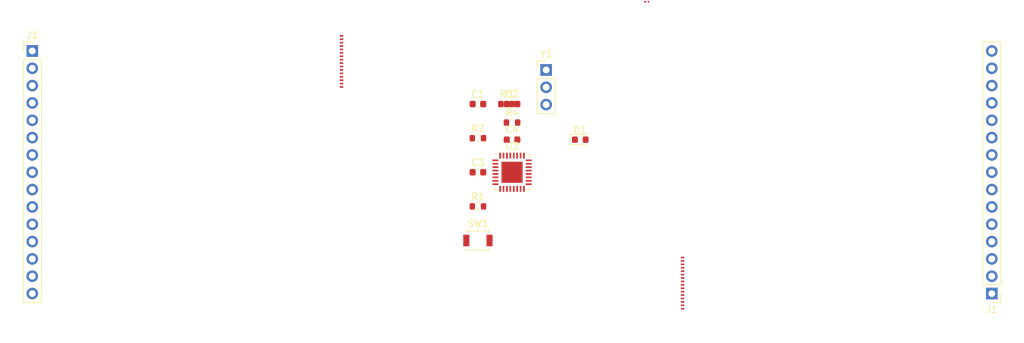
<source format=kicad_pcb>
(kicad_pcb (version 20221018) (generator pcbnew)
  (layers (0 "F.Cu" signal) (31 "B.Cu" signal) (34 "B.Paste" user) (35 "F.Paste" user) (36 "B.SilkS" user "B.Silkscreen") (37 "F.SilkS" user "F.Silkscreen") (38 "B.Mask" user) (39 "F.Mask" user) (44 "Edge.Cuts" user))
  (net 0 "")
  (footprint "Capacitor_SMD:C_0603_1608Metric" (layer "F.Cu") (at 70 15)
    (fp_text reference "C1" (at 0 -1.43) (layer "F.SilkS"))
    (fp_text value "100nF")
    (fp_line (start -0.14058 -0.51) (end 0.14058 -0.51) (stroke (width 0.12)) (layer "F.SilkS"))
    (fp_line (start -0.14058 0.51) (end 0.14058 0.51) (stroke (width 0.12)) (layer "F.SilkS"))
    (pad "1" smd roundrect (at -0.775 0) (size 0.9 0.95) (layers "F.Cu" "F.Paste" "F.Mask"))
    (pad "2" smd roundrect (at 0.775 0) (size 0.9 0.95) (layers "F.Cu" "F.Paste" "F.Mask"))
  )
  (footprint "oomlout_OOMP_modules:MODULE-CONN-DADB-PI16-01" (layer "F.Cu") (at 50 5)
    (fp_text reference "U1" hide)
    (fp_text value "MODULE-CONN-DADB-PI16-01" hide)
    (pad "1" smd roundrect (at 0.125 0) (size 0.25 0.25) (layers "F.Cu" "F.Paste" "F.Mask"))
    (pad "2" smd roundrect (at 0.125 0.5) (size 0.25 0.25) (layers "F.Cu" "F.Paste" "F.Mask"))
    (pad "3" smd roundrect (at 0.125 1) (size 0.25 0.25) (layers "F.Cu" "F.Paste" "F.Mask"))
    (pad "4" smd roundrect (at 0.125 1.5) (size 0.25 0.25) (layers "F.Cu" "F.Paste" "F.Mask"))
    (pad "5" smd roundrect (at 0.125 2) (size 0.25 0.25) (layers "F.Cu" "F.Paste" "F.Mask"))
    (pad "6" smd roundrect (at 0.125 2.5) (size 0.25 0.25) (layers "F.Cu" "F.Paste" "F.Mask"))
    (pad "7" smd roundrect (at 0.125 3) (size 0.25 0.25) (layers "F.Cu" "F.Paste" "F.Mask"))
    (pad "8" smd roundrect (at 0.125 3.5) (size 0.25 0.25) (layers "F.Cu" "F.Paste" "F.Mask"))
    (pad "9" smd roundrect (at 0.125 4) (size 0.25 0.25) (layers "F.Cu" "F.Paste" "F.Mask"))
    (pad "10" smd roundrect (at 0.125 4.5) (size 0.25 0.25) (layers "F.Cu" "F.Paste" "F.Mask"))
    (pad "11" smd roundrect (at 0.125 5) (size 0.25 0.25) (layers "F.Cu" "F.Paste" "F.Mask"))
    (pad "12" smd roundrect (at 0.125 5.5) (size 0.25 0.25) (layers "F.Cu" "F.Paste" "F.Mask"))
    (pad "13" smd roundrect (at 0.125 6) (size 0.25 0.25) (layers "F.Cu" "F.Paste" "F.Mask"))
    (pad "14" smd roundrect (at 0.125 6.5) (size 0.25 0.25) (layers "F.Cu" "F.Paste" "F.Mask"))
    (pad "15" smd roundrect (at 0.125 7) (size 0.25 0.25) (layers "F.Cu" "F.Paste" "F.Mask"))
    (pad "16" smd roundrect (at 0.125 7.5) (size 0.25 0.25) (layers "F.Cu" "F.Paste" "F.Mask"))
  )
  (footprint "Capacitor_SMD:C_0603_1608Metric" (layer "F.Cu") (at 75 20.22)
    (fp_text reference "C4" (at 0 -1.43) (layer "F.SilkS"))
    (fp_text value "1uF")
    (fp_line (start -0.14058 -0.51) (end 0.14058 -0.51) (stroke (width 0.12)) (layer "F.SilkS"))
    (fp_line (start -0.14058 0.51) (end 0.14058 0.51) (stroke (width 0.12)) (layer "F.SilkS"))
    (pad "1" smd roundrect (at -0.775 0) (size 0.9 0.95) (layers "F.Cu" "F.Paste" "F.Mask"))
    (pad "2" smd roundrect (at 0.775 0) (size 0.9 0.95) (layers "F.Cu" "F.Paste" "F.Mask"))
  )
  (footprint "Resistor_SMD:R_0603_1608Metric" (layer "F.Cu") (at 70 20)
    (fp_text reference "R2" (at 0 -1.43) (layer "F.SilkS"))
    (fp_text value "1k")
    (fp_line (start -0.237258 -0.5225) (end 0.237258 -0.5225) (stroke (width 0.12)) (layer "F.SilkS"))
    (fp_line (start -0.237258 0.5225) (end 0.237258 0.5225) (stroke (width 0.12)) (layer "F.SilkS"))
    (pad "1" smd roundrect (at -0.825 0) (size 0.8 0.95) (layers "F.Cu" "F.Paste" "F.Mask"))
    (pad "2" smd roundrect (at 0.825 0) (size 0.8 0.95) (layers "F.Cu" "F.Paste" "F.Mask"))
  )
  (footprint "LED_SMD:LED_0603_1608Metric" (layer "F.Cu") (at 85 20.22)
    (fp_text reference "D1" (at 0 -1.43) (layer "F.SilkS"))
    (fp_text value "GREEN")
    (fp_line (start -1.485 -0.735) (end -1.485 0.735) (stroke (width 0.12)) (layer "F.SilkS"))
    (fp_line (start -1.485 0.735) (end 0.8 0.735) (stroke (width 0.12)) (layer "F.SilkS"))
    (fp_line (start 0.8 -0.735) (end -1.485 -0.735) (stroke (width 0.12)) (layer "F.SilkS"))
    (pad "1" smd roundrect (at -0.7875 0) (size 0.875 0.95) (layers "F.Cu" "F.Paste" "F.Mask"))
    (pad "2" smd roundrect (at 0.7875 0) (size 0.875 0.95) (layers "F.Cu" "F.Paste" "F.Mask"))
  )
  (footprint "oomlout_OOMP_modules:MODULE-CONN-DADB-PI02-01" (layer "F.Cu") (at 95 0 -90)
    (fp_text reference "U2" hide)
    (fp_text value "MODULE-CONN-DADB-PI02-01" hide)
    (pad "1" smd roundrect (at 0 0 270) (size 0.25 0.25) (layers "F.Cu" "F.Paste" "F.Mask"))
    (pad "2" smd roundrect (at 0 0.5 270) (size 0.25 0.25) (layers "F.Cu" "F.Paste" "F.Mask"))
  )
  (footprint "Button_Switch_SMD:SW_SPST_B3U-1000P" (layer "F.Cu") (at 70 35)
    (fp_text reference "SW1" (at 0 -2.5) (layer "F.SilkS"))
    (fp_text value "SW_Push")
    (fp_line (start -1.65 -1.4) (end 1.65 -1.4) (stroke (width 0.12)) (layer "F.SilkS"))
    (fp_line (start -1.65 -1.1) (end -1.65 -1.4) (stroke (width 0.12)) (layer "F.SilkS"))
    (fp_line (start -1.65 1.1) (end -1.65 1.4) (stroke (width 0.12)) (layer "F.SilkS"))
    (fp_line (start -1.65 1.4) (end 1.65 1.4) (stroke (width 0.12)) (layer "F.SilkS"))
    (fp_line (start 1.65 -1.4) (end 1.65 -1.1) (stroke (width 0.12)) (layer "F.SilkS"))
    (fp_line (start 1.65 1.4) (end 1.65 1.1) (stroke (width 0.12)) (layer "F.SilkS"))
    (pad "1" smd rect (at -1.7 0) (size 0.9 1.7) (layers "F.Cu" "F.Paste" "F.Mask"))
    (pad "2" smd rect (at 1.7 0) (size 0.9 1.7) (layers "F.Cu" "F.Paste" "F.Mask"))
  )
  (footprint "Capacitor_SMD:C_0603_1608Metric" (layer "F.Cu") (at 75 15)
    (fp_text reference "C2" (at 0 -1.43) (layer "F.SilkS"))
    (fp_text value "4.7uF")
    (fp_line (start -0.14058 -0.51) (end 0.14058 -0.51) (stroke (width 0.12)) (layer "F.SilkS"))
    (fp_line (start -0.14058 0.51) (end 0.14058 0.51) (stroke (width 0.12)) (layer "F.SilkS"))
    (pad "1" smd roundrect (at -0.775 0) (size 0.9 0.95) (layers "F.Cu" "F.Paste" "F.Mask"))
    (pad "2" smd roundrect (at 0.775 0) (size 0.9 0.95) (layers "F.Cu" "F.Paste" "F.Mask"))
  )
  (footprint "oomlout_OOMP_modules:MODULE-CONN-DADB-PI16-01" (layer "F.Cu") (at 100.25 45 180)
    (fp_text reference "U1" hide)
    (fp_text value "MODULE-CONN-DADB-PI16-01" hide)
    (pad "1" smd roundrect (at 0.125 0 180) (size 0.25 0.25) (layers "F.Cu" "F.Paste" "F.Mask"))
    (pad "2" smd roundrect (at 0.125 0.5 180) (size 0.25 0.25) (layers "F.Cu" "F.Paste" "F.Mask"))
    (pad "3" smd roundrect (at 0.125 1 180) (size 0.25 0.25) (layers "F.Cu" "F.Paste" "F.Mask"))
    (pad "4" smd roundrect (at 0.125 1.5 180) (size 0.25 0.25) (layers "F.Cu" "F.Paste" "F.Mask"))
    (pad "5" smd roundrect (at 0.125 2 180) (size 0.25 0.25) (layers "F.Cu" "F.Paste" "F.Mask"))
    (pad "6" smd roundrect (at 0.125 2.5 180) (size 0.25 0.25) (layers "F.Cu" "F.Paste" "F.Mask"))
    (pad "7" smd roundrect (at 0.125 3 180) (size 0.25 0.25) (layers "F.Cu" "F.Paste" "F.Mask"))
    (pad "8" smd roundrect (at 0.125 3.5 180) (size 0.25 0.25) (layers "F.Cu" "F.Paste" "F.Mask"))
    (pad "9" smd roundrect (at 0.125 4 180) (size 0.25 0.25) (layers "F.Cu" "F.Paste" "F.Mask"))
    (pad "10" smd roundrect (at 0.125 4.5 180) (size 0.25 0.25) (layers "F.Cu" "F.Paste" "F.Mask"))
    (pad "11" smd roundrect (at 0.125 5 180) (size 0.25 0.25) (layers "F.Cu" "F.Paste" "F.Mask"))
    (pad "12" smd roundrect (at 0.125 5.5 180) (size 0.25 0.25) (layers "F.Cu" "F.Paste" "F.Mask"))
    (pad "13" smd roundrect (at 0.125 6 180) (size 0.25 0.25) (layers "F.Cu" "F.Paste" "F.Mask"))
    (pad "14" smd roundrect (at 0.125 6.5 180) (size 0.25 0.25) (layers "F.Cu" "F.Paste" "F.Mask"))
    (pad "15" smd roundrect (at 0.125 7 180) (size 0.25 0.25) (layers "F.Cu" "F.Paste" "F.Mask"))
    (pad "16" smd roundrect (at 0.125 7.5 180) (size 0.25 0.25) (layers "F.Cu" "F.Paste" "F.Mask"))
  )
  (footprint "Connector_PinHeader_2.54mm:PinHeader_1x15_P2.54mm_Vertical" (layer "F.Cu") (at 145.32 42.78 180)
    (fp_text reference "J1" (at 0 -2.33) (layer "F.SilkS"))
    (fp_text value "Conn_01x15")
    (fp_line (start -1.33 -1.33) (end 0 -1.33) (stroke (width 0.12)) (layer "F.SilkS"))
    (fp_line (start -1.33 0) (end -1.33 -1.33) (stroke (width 0.12)) (layer "F.SilkS"))
    (fp_line (start -1.33 1.27) (end -1.33 36.89) (stroke (width 0.12)) (layer "F.SilkS"))
    (fp_line (start -1.33 1.27) (end 1.33 1.27) (stroke (width 0.12)) (layer "F.SilkS"))
    (fp_line (start -1.33 36.89) (end 1.33 36.89) (stroke (width 0.12)) (layer "F.SilkS"))
    (fp_line (start 1.33 1.27) (end 1.33 36.89) (stroke (width 0.12)) (layer "F.SilkS"))
    (pad "1" thru_hole rect (at 0 0 180) (size 1.7 1.7) (drill 1) (layers "*.Cu" "*.Mask"))
    (pad "2" thru_hole oval (at 0 2.54 180) (size 1.7 1.7) (drill 1) (layers "*.Cu" "*.Mask"))
    (pad "3" thru_hole oval (at 0 5.08 180) (size 1.7 1.7) (drill 1) (layers "*.Cu" "*.Mask"))
    (pad "4" thru_hole oval (at 0 7.62 180) (size 1.7 1.7) (drill 1) (layers "*.Cu" "*.Mask"))
    (pad "5" thru_hole oval (at 0 10.16 180) (size 1.7 1.7) (drill 1) (layers "*.Cu" "*.Mask"))
    (pad "6" thru_hole oval (at 0 12.7 180) (size 1.7 1.7) (drill 1) (layers "*.Cu" "*.Mask"))
    (pad "7" thru_hole oval (at 0 15.24 180) (size 1.7 1.7) (drill 1) (layers "*.Cu" "*.Mask"))
    (pad "8" thru_hole oval (at 0 17.78 180) (size 1.7 1.7) (drill 1) (layers "*.Cu" "*.Mask"))
    (pad "9" thru_hole oval (at 0 20.32 180) (size 1.7 1.7) (drill 1) (layers "*.Cu" "*.Mask"))
    (pad "10" thru_hole oval (at 0 22.86 180) (size 1.7 1.7) (drill 1) (layers "*.Cu" "*.Mask"))
    (pad "11" thru_hole oval (at 0 25.4 180) (size 1.7 1.7) (drill 1) (layers "*.Cu" "*.Mask"))
    (pad "12" thru_hole oval (at 0 27.94 180) (size 1.7 1.7) (drill 1) (layers "*.Cu" "*.Mask"))
    (pad "13" thru_hole oval (at 0 30.48 180) (size 1.7 1.7) (drill 1) (layers "*.Cu" "*.Mask"))
    (pad "14" thru_hole oval (at 0 33.02 180) (size 1.7 1.7) (drill 1) (layers "*.Cu" "*.Mask"))
    (pad "15" thru_hole oval (at 0 35.56 180) (size 1.7 1.7) (drill 1) (layers "*.Cu" "*.Mask"))
  )
  (footprint "oomlout_OOMP_modules:MODULE-CONN-DADB-PI16-01" (layer "F.Cu") (at 100 45 180)
    (fp_text reference "U4" hide)
    (fp_text value "MODULE-CONN-DADB-PI16-01" hide)
    (pad "1" smd roundrect (at 0.125 0 180) (size 0.25 0.25) (layers "F.Cu" "F.Paste" "F.Mask"))
    (pad "2" smd roundrect (at 0.125 0.5 180) (size 0.25 0.25) (layers "F.Cu" "F.Paste" "F.Mask"))
    (pad "3" smd roundrect (at 0.125 1 180) (size 0.25 0.25) (layers "F.Cu" "F.Paste" "F.Mask"))
    (pad "4" smd roundrect (at 0.125 1.5 180) (size 0.25 0.25) (layers "F.Cu" "F.Paste" "F.Mask"))
    (pad "5" smd roundrect (at 0.125 2 180) (size 0.25 0.25) (layers "F.Cu" "F.Paste" "F.Mask"))
    (pad "6" smd roundrect (at 0.125 2.5 180) (size 0.25 0.25) (layers "F.Cu" "F.Paste" "F.Mask"))
    (pad "7" smd roundrect (at 0.125 3 180) (size 0.25 0.25) (layers "F.Cu" "F.Paste" "F.Mask"))
    (pad "8" smd roundrect (at 0.125 3.5 180) (size 0.25 0.25) (layers "F.Cu" "F.Paste" "F.Mask"))
    (pad "9" smd roundrect (at 0.125 4 180) (size 0.25 0.25) (layers "F.Cu" "F.Paste" "F.Mask"))
    (pad "10" smd roundrect (at 0.125 4.5 180) (size 0.25 0.25) (layers "F.Cu" "F.Paste" "F.Mask"))
    (pad "11" smd roundrect (at 0.125 5 180) (size 0.25 0.25) (layers "F.Cu" "F.Paste" "F.Mask"))
    (pad "12" smd roundrect (at 0.125 5.5 180) (size 0.25 0.25) (layers "F.Cu" "F.Paste" "F.Mask"))
    (pad "13" smd roundrect (at 0.125 6 180) (size 0.25 0.25) (layers "F.Cu" "F.Paste" "F.Mask"))
    (pad "14" smd roundrect (at 0.125 6.5 180) (size 0.25 0.25) (layers "F.Cu" "F.Paste" "F.Mask"))
    (pad "15" smd roundrect (at 0.125 7 180) (size 0.25 0.25) (layers "F.Cu" "F.Paste" "F.Mask"))
    (pad "16" smd roundrect (at 0.125 7.5 180) (size 0.25 0.25) (layers "F.Cu" "F.Paste" "F.Mask"))
  )
  (footprint "Resistor_SMD:R_0603_1608Metric" (layer "F.Cu") (at 74.175 15)
    (fp_text reference "R3" (at 0 -1.43) (layer "F.SilkS"))
    (fp_text value "1k")
    (fp_line (start -0.237258 -0.5225) (end 0.237258 -0.5225) (stroke (width 0.12)) (layer "F.SilkS"))
    (fp_line (start -0.237258 0.5225) (end 0.237258 0.5225) (stroke (width 0.12)) (layer "F.SilkS"))
    (pad "1" smd roundrect (at -0.825 0) (size 0.8 0.95) (layers "F.Cu" "F.Paste" "F.Mask"))
    (pad "2" smd roundrect (at 0.825 0) (size 0.8 0.95) (layers "F.Cu" "F.Paste" "F.Mask"))
  )
  (footprint "Package_DFN_QFN:QFN-32-1EP_5x5mm_P0.5mm_EP3.1x3.1mm" (layer "F.Cu") (at 75 25)
    (fp_text reference "U3" (at 0 -3.82) (layer "F.SilkS"))
    (fp_text value "ATmega328P-M")
    (fp_line (start -2.61 2.61) (end -2.61 2.135) (stroke (width 0.12)) (layer "F.SilkS"))
    (fp_line (start -2.135 -2.61) (end -2.61 -2.61) (stroke (width 0.12)) (layer "F.SilkS"))
    (fp_line (start -2.135 2.61) (end -2.61 2.61) (stroke (width 0.12)) (layer "F.SilkS"))
    (fp_line (start 2.135 -2.61) (end 2.61 -2.61) (stroke (width 0.12)) (layer "F.SilkS"))
    (fp_line (start 2.135 2.61) (end 2.61 2.61) (stroke (width 0.12)) (layer "F.SilkS"))
    (fp_line (start 2.61 -2.61) (end 2.61 -2.135) (stroke (width 0.12)) (layer "F.SilkS"))
    (fp_line (start 2.61 2.61) (end 2.61 2.135) (stroke (width 0.12)) (layer "F.SilkS"))
    (pad "1" smd roundrect (at -2.4375 -1.75) (size 0.875 0.25) (layers "F.Cu" "F.Paste" "F.Mask"))
    (pad "2" smd roundrect (at -2.4375 -1.25) (size 0.875 0.25) (layers "F.Cu" "F.Paste" "F.Mask"))
    (pad "3" smd roundrect (at -2.4375 -0.75) (size 0.875 0.25) (layers "F.Cu" "F.Paste" "F.Mask"))
    (pad "4" smd roundrect (at -2.4375 -0.25) (size 0.875 0.25) (layers "F.Cu" "F.Paste" "F.Mask"))
    (pad "5" smd roundrect (at -2.4375 0.25) (size 0.875 0.25) (layers "F.Cu" "F.Paste" "F.Mask"))
    (pad "6" smd roundrect (at -2.4375 0.75) (size 0.875 0.25) (layers "F.Cu" "F.Paste" "F.Mask"))
    (pad "7" smd roundrect (at -2.4375 1.25) (size 0.875 0.25) (layers "F.Cu" "F.Paste" "F.Mask"))
    (pad "8" smd roundrect (at -2.4375 1.75) (size 0.875 0.25) (layers "F.Cu" "F.Paste" "F.Mask"))
    (pad "9" smd roundrect (at -1.75 2.4375) (size 0.25 0.875) (layers "F.Cu" "F.Paste" "F.Mask"))
    (pad "10" smd roundrect (at -1.25 2.4375) (size 0.25 0.875) (layers "F.Cu" "F.Paste" "F.Mask"))
    (pad "11" smd roundrect (at -0.75 2.4375) (size 0.25 0.875) (layers "F.Cu" "F.Paste" "F.Mask"))
    (pad "12" smd roundrect (at -0.25 2.4375) (size 0.25 0.875) (layers "F.Cu" "F.Paste" "F.Mask"))
    (pad "13" smd roundrect (at 0.25 2.4375) (size 0.25 0.875) (layers "F.Cu" "F.Paste" "F.Mask"))
    (pad "14" smd roundrect (at 0.75 2.4375) (size 0.25 0.875) (layers "F.Cu" "F.Paste" "F.Mask"))
    (pad "15" smd roundrect (at 1.25 2.4375) (size 0.25 0.875) (layers "F.Cu" "F.Paste" "F.Mask"))
    (pad "16" smd roundrect (at 1.75 2.4375) (size 0.25 0.875) (layers "F.Cu" "F.Paste" "F.Mask"))
    (pad "17" smd roundrect (at 2.4375 1.75) (size 0.875 0.25) (layers "F.Cu" "F.Paste" "F.Mask"))
    (pad "18" smd roundrect (at 2.4375 1.25) (size 0.875 0.25) (layers "F.Cu" "F.Paste" "F.Mask"))
    (pad "19" smd roundrect (at 2.4375 0.75) (size 0.875 0.25) (layers "F.Cu" "F.Paste" "F.Mask"))
    (pad "20" smd roundrect (at 2.4375 0.25) (size 0.875 0.25) (layers "F.Cu" "F.Paste" "F.Mask"))
    (pad "21" smd roundrect (at 2.4375 -0.25) (size 0.875 0.25) (layers "F.Cu" "F.Paste" "F.Mask"))
    (pad "22" smd roundrect (at 2.4375 -0.75) (size 0.875 0.25) (layers "F.Cu" "F.Paste" "F.Mask"))
    (pad "23" smd roundrect (at 2.4375 -1.25) (size 0.875 0.25) (layers "F.Cu" "F.Paste" "F.Mask"))
    (pad "24" smd roundrect (at 2.4375 -1.75) (size 0.875 0.25) (layers "F.Cu" "F.Paste" "F.Mask"))
    (pad "25" smd roundrect (at 1.75 -2.4375) (size 0.25 0.875) (layers "F.Cu" "F.Paste" "F.Mask"))
    (pad "26" smd roundrect (at 1.25 -2.4375) (size 0.25 0.875) (layers "F.Cu" "F.Paste" "F.Mask"))
    (pad "27" smd roundrect (at 0.75 -2.4375) (size 0.25 0.875) (layers "F.Cu" "F.Paste" "F.Mask"))
    (pad "28" smd roundrect (at 0.25 -2.4375) (size 0.25 0.875) (layers "F.Cu" "F.Paste" "F.Mask"))
    (pad "29" smd roundrect (at -0.25 -2.4375) (size 0.25 0.875) (layers "F.Cu" "F.Paste" "F.Mask"))
    (pad "30" smd roundrect (at -0.75 -2.4375) (size 0.25 0.875) (layers "F.Cu" "F.Paste" "F.Mask"))
    (pad "31" smd roundrect (at -1.25 -2.4375) (size 0.25 0.875) (layers "F.Cu" "F.Paste" "F.Mask"))
    (pad "32" smd roundrect (at -1.75 -2.4375) (size 0.25 0.875) (layers "F.Cu" "F.Paste" "F.Mask"))
    (pad "33" smd rect (at 0 0) (size 3.1 3.1) (layers "F.Cu" "F.Mask"))
  )
  (footprint "Resistor_SMD:R_0603_1608Metric" (layer "F.Cu") (at 75 17.71)
    (fp_text reference "R4" (at 0 -1.43) (layer "F.SilkS"))
    (fp_text value "1k")
    (fp_line (start -0.237258 -0.5225) (end 0.237258 -0.5225) (stroke (width 0.12)) (layer "F.SilkS"))
    (fp_line (start -0.237258 0.5225) (end 0.237258 0.5225) (stroke (width 0.12)) (layer "F.SilkS"))
    (pad "1" smd roundrect (at -0.825 0) (size 0.8 0.95) (layers "F.Cu" "F.Paste" "F.Mask"))
    (pad "2" smd roundrect (at 0.825 0) (size 0.8 0.95) (layers "F.Cu" "F.Paste" "F.Mask"))
  )
  (footprint "Connector_PinHeader_2.54mm:PinHeader_1x15_P2.54mm_Vertical" (layer "F.Cu") (at 4.68 7.22)
    (fp_text reference "J1" (at 0 -2.33) (layer "F.SilkS"))
    (fp_text value "Conn_01x15")
    (fp_line (start -1.33 -1.33) (end 0 -1.33) (stroke (width 0.12)) (layer "F.SilkS"))
    (fp_line (start -1.33 0) (end -1.33 -1.33) (stroke (width 0.12)) (layer "F.SilkS"))
    (fp_line (start -1.33 1.27) (end -1.33 36.89) (stroke (width 0.12)) (layer "F.SilkS"))
    (fp_line (start -1.33 1.27) (end 1.33 1.27) (stroke (width 0.12)) (layer "F.SilkS"))
    (fp_line (start -1.33 36.89) (end 1.33 36.89) (stroke (width 0.12)) (layer "F.SilkS"))
    (fp_line (start 1.33 1.27) (end 1.33 36.89) (stroke (width 0.12)) (layer "F.SilkS"))
    (pad "1" thru_hole rect (at 0 0) (size 1.7 1.7) (drill 1) (layers "*.Cu" "*.Mask"))
    (pad "2" thru_hole oval (at 0 2.54) (size 1.7 1.7) (drill 1) (layers "*.Cu" "*.Mask"))
    (pad "3" thru_hole oval (at 0 5.08) (size 1.7 1.7) (drill 1) (layers "*.Cu" "*.Mask"))
    (pad "4" thru_hole oval (at 0 7.62) (size 1.7 1.7) (drill 1) (layers "*.Cu" "*.Mask"))
    (pad "5" thru_hole oval (at 0 10.16) (size 1.7 1.7) (drill 1) (layers "*.Cu" "*.Mask"))
    (pad "6" thru_hole oval (at 0 12.7) (size 1.7 1.7) (drill 1) (layers "*.Cu" "*.Mask"))
    (pad "7" thru_hole oval (at 0 15.24) (size 1.7 1.7) (drill 1) (layers "*.Cu" "*.Mask"))
    (pad "8" thru_hole oval (at 0 17.78) (size 1.7 1.7) (drill 1) (layers "*.Cu" "*.Mask"))
    (pad "9" thru_hole oval (at 0 20.32) (size 1.7 1.7) (drill 1) (layers "*.Cu" "*.Mask"))
    (pad "10" thru_hole oval (at 0 22.86) (size 1.7 1.7) (drill 1) (layers "*.Cu" "*.Mask"))
    (pad "11" thru_hole oval (at 0 25.4) (size 1.7 1.7) (drill 1) (layers "*.Cu" "*.Mask"))
    (pad "12" thru_hole oval (at 0 27.94) (size 1.7 1.7) (drill 1) (layers "*.Cu" "*.Mask"))
    (pad "13" thru_hole oval (at 0 30.48) (size 1.7 1.7) (drill 1) (layers "*.Cu" "*.Mask"))
    (pad "14" thru_hole oval (at 0 33.02) (size 1.7 1.7) (drill 1) (layers "*.Cu" "*.Mask"))
    (pad "15" thru_hole oval (at 0 35.56) (size 1.7 1.7) (drill 1) (layers "*.Cu" "*.Mask"))
  )
  (footprint "Capacitor_SMD:C_0603_1608Metric" (layer "F.Cu") (at 70 25)
    (fp_text reference "C3" (at 0 -1.43) (layer "F.SilkS"))
    (fp_text value "1uF")
    (fp_line (start -0.14058 -0.51) (end 0.14058 -0.51) (stroke (width 0.12)) (layer "F.SilkS"))
    (fp_line (start -0.14058 0.51) (end 0.14058 0.51) (stroke (width 0.12)) (layer "F.SilkS"))
    (pad "1" smd roundrect (at -0.775 0) (size 0.9 0.95) (layers "F.Cu" "F.Paste" "F.Mask"))
    (pad "2" smd roundrect (at 0.775 0) (size 0.9 0.95) (layers "F.Cu" "F.Paste" "F.Mask"))
  )
  (footprint "oomlout_OOMP_modules:MODULE-CONN-DADB-PI16-01" (layer "F.Cu") (at 49.75 5)
    (fp_text reference "U1" hide)
    (fp_text value "MODULE-CONN-DADB-PI16-01" hide)
    (pad "1" smd roundrect (at 0.125 0) (size 0.25 0.25) (layers "F.Cu" "F.Paste" "F.Mask"))
    (pad "2" smd roundrect (at 0.125 0.5) (size 0.25 0.25) (layers "F.Cu" "F.Paste" "F.Mask"))
    (pad "3" smd roundrect (at 0.125 1) (size 0.25 0.25) (layers "F.Cu" "F.Paste" "F.Mask"))
    (pad "4" smd roundrect (at 0.125 1.5) (size 0.25 0.25) (layers "F.Cu" "F.Paste" "F.Mask"))
    (pad "5" smd roundrect (at 0.125 2) (size 0.25 0.25) (layers "F.Cu" "F.Paste" "F.Mask"))
    (pad "6" smd roundrect (at 0.125 2.5) (size 0.25 0.25) (layers "F.Cu" "F.Paste" "F.Mask"))
    (pad "7" smd roundrect (at 0.125 3) (size 0.25 0.25) (layers "F.Cu" "F.Paste" "F.Mask"))
    (pad "8" smd roundrect (at 0.125 3.5) (size 0.25 0.25) (layers "F.Cu" "F.Paste" "F.Mask"))
    (pad "9" smd roundrect (at 0.125 4) (size 0.25 0.25) (layers "F.Cu" "F.Paste" "F.Mask"))
    (pad "10" smd roundrect (at 0.125 4.5) (size 0.25 0.25) (layers "F.Cu" "F.Paste" "F.Mask"))
    (pad "11" smd roundrect (at 0.125 5) (size 0.25 0.25) (layers "F.Cu" "F.Paste" "F.Mask"))
    (pad "12" smd roundrect (at 0.125 5.5) (size 0.25 0.25) (layers "F.Cu" "F.Paste" "F.Mask"))
    (pad "13" smd roundrect (at 0.125 6) (size 0.25 0.25) (layers "F.Cu" "F.Paste" "F.Mask"))
    (pad "14" smd roundrect (at 0.125 6.5) (size 0.25 0.25) (layers "F.Cu" "F.Paste" "F.Mask"))
    (pad "15" smd roundrect (at 0.125 7) (size 0.25 0.25) (layers "F.Cu" "F.Paste" "F.Mask"))
    (pad "16" smd roundrect (at 0.125 7.5) (size 0.25 0.25) (layers "F.Cu" "F.Paste" "F.Mask"))
  )
  (footprint "Connector_PinHeader_2.54mm:PinHeader_1x03_P2.54mm_Vertical" (layer "F.Cu") (at 80 10)
    (fp_text reference "Y1" (at 0 -2.33) (layer "F.SilkS"))
    (fp_text value "Crystal_GND2")
    (fp_line (start -1.33 -1.33) (end 0 -1.33) (stroke (width 0.12)) (layer "F.SilkS"))
    (fp_line (start -1.33 0) (end -1.33 -1.33) (stroke (width 0.12)) (layer "F.SilkS"))
    (fp_line (start -1.33 1.27) (end -1.33 6.41) (stroke (width 0.12)) (layer "F.SilkS"))
    (fp_line (start -1.33 1.27) (end 1.33 1.27) (stroke (width 0.12)) (layer "F.SilkS"))
    (fp_line (start -1.33 6.41) (end 1.33 6.41) (stroke (width 0.12)) (layer "F.SilkS"))
    (fp_line (start 1.33 1.27) (end 1.33 6.41) (stroke (width 0.12)) (layer "F.SilkS"))
    (pad "1" thru_hole rect (at 0 0) (size 1.7 1.7) (drill 1) (layers "*.Cu" "*.Mask"))
    (pad "2" thru_hole oval (at 0 2.54) (size 1.7 1.7) (drill 1) (layers "*.Cu" "*.Mask"))
    (pad "3" thru_hole oval (at 0 5.08) (size 1.7 1.7) (drill 1) (layers "*.Cu" "*.Mask"))
  )
  (footprint "Resistor_SMD:R_0603_1608Metric" (layer "F.Cu") (at 70 30)
    (fp_text reference "R1" (at 0 -1.43) (layer "F.SilkS"))
    (fp_text value "1k")
    (fp_line (start -0.237258 -0.5225) (end 0.237258 -0.5225) (stroke (width 0.12)) (layer "F.SilkS"))
    (fp_line (start -0.237258 0.5225) (end 0.237258 0.5225) (stroke (width 0.12)) (layer "F.SilkS"))
    (pad "1" smd roundrect (at -0.825 0) (size 0.8 0.95) (layers "F.Cu" "F.Paste" "F.Mask"))
    (pad "2" smd roundrect (at 0.825 0) (size 0.8 0.95) (layers "F.Cu" "F.Paste" "F.Mask"))
  )
)
</source>
